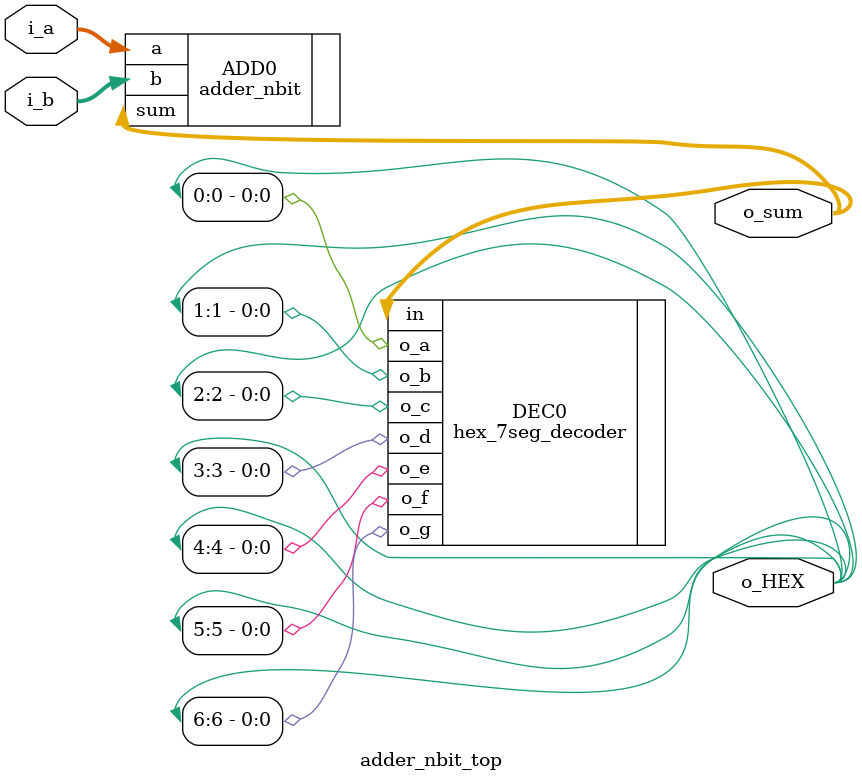
<source format=v>

/*
	Project name: 
		Binary Adder to 7Segment Display
		
	Description:
		This project will calculate the sum of two 3bit numbers from the input switches and output its binary value 
		on the DE1-SoC LEDs, and its hexadecimal value of the 7segment display.
		It should work on other boards according to the number of switches / LEDs / 7segments displays present.
		The default size of the input bus is 3, and it will display a hexadecimal value between 0x0 and 0xF (decimal 15).
		
		{dot, a,b,c,d,e,f,g} = hex_7seg_decoder(in_a[2:0] + in_b[2:0]);
		o_LED                = in_a[2:0] + in_b[2:0];
		
	
*/





module adder_nbit_top 
    // Parameters section
    #( parameter N = 3)
    // Ports section
    (input  [N-1:0] i_a,
     input  [N-1:0] i_b,
     output [N:0] o_sum,
	 output [6:0] o_HEX
	);
    

    // Instantiate the Nbit adder
	adder_nbit #(.N(N))
	    ADD0
    (   .a  (i_a),
        .b  (i_b),
        .sum(o_sum)
	);

    // Instantiate the 7segment display decoder
    hex_7seg_decoder  #(.COMMON_ANODE_CATHODE(0)) // 0 for common Anode / 1 for common cathode
		DEC0
    (
        .in (o_sum),
        .o_a(o_HEX[0]),
	    .o_b(o_HEX[1]),
        .o_c(o_HEX[2]),
        .o_d(o_HEX[3]),
        .o_e(o_HEX[4]),
        .o_f(o_HEX[5]),
        .o_g(o_HEX[6])
    );	
  
endmodule



</source>
